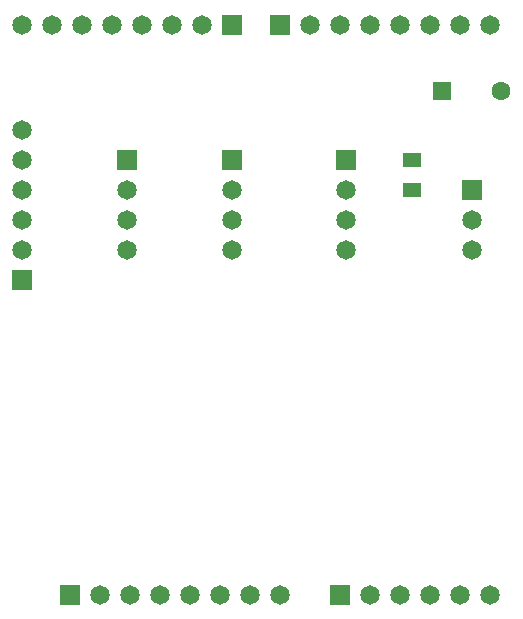
<source format=gbr>
G04 #@! TF.GenerationSoftware,KiCad,Pcbnew,(2017-02-16 revision ccbdb41)-makepkg*
G04 #@! TF.CreationDate,2017-02-23T14:10:58+01:00*
G04 #@! TF.ProjectId,Kicad,4B696361642E6B696361645F70636200,rev?*
G04 #@! TF.FileFunction,Soldermask,Top*
G04 #@! TF.FilePolarity,Negative*
%FSLAX46Y46*%
G04 Gerber Fmt 4.6, Leading zero omitted, Abs format (unit mm)*
G04 Created by KiCad (PCBNEW (2017-02-16 revision ccbdb41)-makepkg) date 02/23/17 14:10:58*
%MOMM*%
%LPD*%
G01*
G04 APERTURE LIST*
%ADD10C,0.100000*%
%ADD11R,1.651000X1.651000*%
%ADD12C,1.651000*%
%ADD13R,1.600000X1.600000*%
%ADD14C,1.600000*%
%ADD15R,1.524000X1.270000*%
G04 APERTURE END LIST*
D10*
D11*
X137922000Y-93853000D03*
D12*
X137922000Y-96393000D03*
X137922000Y-98933000D03*
X137922000Y-101473000D03*
D11*
X119380000Y-93853000D03*
D12*
X119380000Y-96393000D03*
X119380000Y-98933000D03*
X119380000Y-101473000D03*
D11*
X128270000Y-93853000D03*
D12*
X128270000Y-96393000D03*
X128270000Y-98933000D03*
X128270000Y-101473000D03*
D11*
X110490000Y-104013000D03*
D12*
X110490000Y-101473000D03*
X110490000Y-98933000D03*
X110490000Y-96393000D03*
X110490000Y-93853000D03*
X110490000Y-91313000D03*
D11*
X148590000Y-96393000D03*
D12*
X148590000Y-98933000D03*
X148590000Y-101473000D03*
D11*
X114554000Y-130683000D03*
D12*
X117094000Y-130683000D03*
X119634000Y-130683000D03*
X122174000Y-130683000D03*
X124714000Y-130683000D03*
X127254000Y-130683000D03*
X129794000Y-130683000D03*
X132334000Y-130683000D03*
D11*
X137414000Y-130683000D03*
D12*
X139954000Y-130683000D03*
X142494000Y-130683000D03*
X145034000Y-130683000D03*
X147574000Y-130683000D03*
X150114000Y-130683000D03*
D11*
X132334000Y-82423000D03*
D12*
X134874000Y-82423000D03*
X137414000Y-82423000D03*
X139954000Y-82423000D03*
X142494000Y-82423000D03*
X145034000Y-82423000D03*
X147574000Y-82423000D03*
X150114000Y-82423000D03*
D11*
X128270000Y-82423000D03*
D12*
X125730000Y-82423000D03*
X123190000Y-82423000D03*
X120650000Y-82423000D03*
X118110000Y-82423000D03*
X115570000Y-82423000D03*
X113030000Y-82423000D03*
X110490000Y-82423000D03*
D13*
X146050000Y-88011000D03*
D14*
X151050000Y-88011000D03*
D15*
X143510000Y-96393000D03*
X143510000Y-93853000D03*
M02*

</source>
